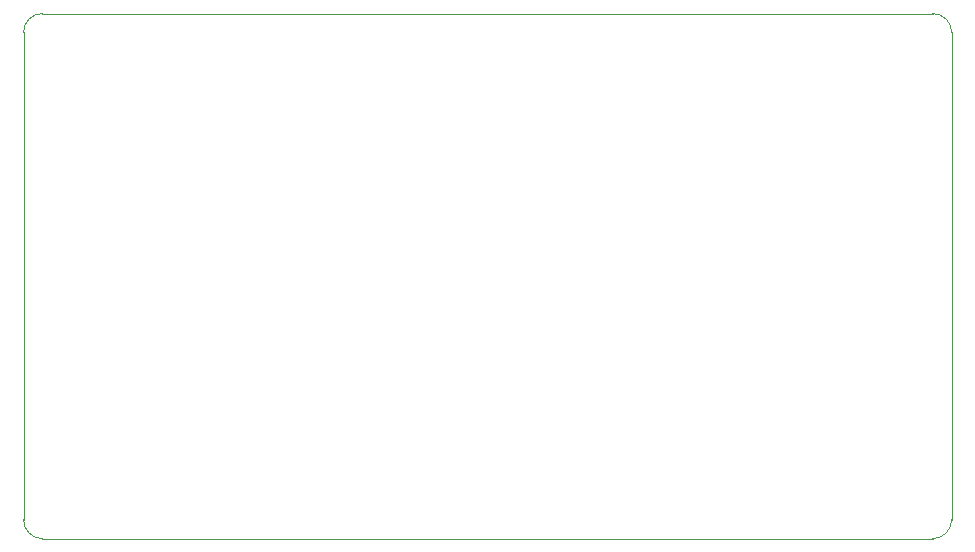
<source format=gbr>
G04 #@! TF.GenerationSoftware,KiCad,Pcbnew,(5.1.4)-1*
G04 #@! TF.CreationDate,2022-03-30T16:45:01-04:00*
G04 #@! TF.ProjectId,ai03-pcb-guide,61693033-2d70-4636-922d-67756964652e,rev?*
G04 #@! TF.SameCoordinates,Original*
G04 #@! TF.FileFunction,Profile,NP*
%FSLAX46Y46*%
G04 Gerber Fmt 4.6, Leading zero omitted, Abs format (unit mm)*
G04 Created by KiCad (PCBNEW (5.1.4)-1) date 2022-03-30 16:45:01*
%MOMM*%
%LPD*%
G04 APERTURE LIST*
%ADD10C,0.050000*%
G04 APERTURE END LIST*
D10*
X42862500Y-115887500D02*
X118268750Y-115887500D01*
X118268750Y-71437500D02*
X42862500Y-71437500D01*
X41275000Y-114300000D02*
X41275000Y-73025000D01*
X119856250Y-73025000D02*
X119856250Y-114300000D01*
X41275000Y-73025000D02*
G75*
G02X42862500Y-71437500I1587500J0D01*
G01*
X42862500Y-115887500D02*
G75*
G02X41275000Y-114300000I0J1587500D01*
G01*
X118268750Y-71437500D02*
G75*
G02X119856250Y-73025000I0J-1587500D01*
G01*
X119856250Y-114300000D02*
G75*
G02X118268750Y-115887500I-1587500J0D01*
G01*
M02*

</source>
